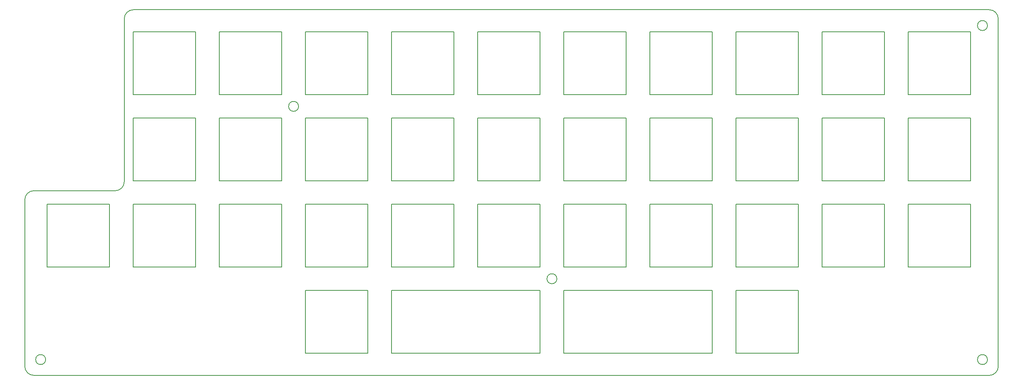
<source format=gbr>
G04 #@! TF.GenerationSoftware,KiCad,Pcbnew,(5.0.0)*
G04 #@! TF.CreationDate,2019-03-21T01:05:28+08:00*
G04 #@! TF.ProjectId,TopPlate,546F70506C6174652E6B696361645F70,rev?*
G04 #@! TF.SameCoordinates,Original*
G04 #@! TF.FileFunction,Profile,NP*
%FSLAX46Y46*%
G04 Gerber Fmt 4.6, Leading zero omitted, Abs format (unit mm)*
G04 Created by KiCad (PCBNEW (5.0.0)) date 03/21/19 01:05:28*
%MOMM*%
%LPD*%
G01*
G04 APERTURE LIST*
%ADD10C,0.200000*%
G04 APERTURE END LIST*
D10*
X242579951Y-44272569D02*
G75*
G03X242579951Y-44272569I-1100000J0D01*
G01*
X67428750Y-78581500D02*
X53578750Y-78581500D01*
X34219529Y-118091823D02*
G75*
G03X34219529Y-118091823I-1100000J0D01*
G01*
X90179494Y-62132000D02*
G75*
G03X90179494Y-62132000I-1100000J0D01*
G01*
X53578750Y-78581500D02*
X53578750Y-64731500D01*
X67428750Y-97631500D02*
X67428750Y-83781500D01*
X53578750Y-83781500D02*
X53578750Y-97631500D01*
X242580390Y-118091746D02*
G75*
G03X242580390Y-118091746I-1100000J0D01*
G01*
X48378750Y-83781500D02*
X48378750Y-97631500D01*
X53578750Y-97631500D02*
X67428750Y-97631500D01*
X147329551Y-100231877D02*
G75*
G03X147329551Y-100231877I-1100000J0D01*
G01*
X53578750Y-64731500D02*
X67428750Y-64731500D01*
X34528750Y-83781500D02*
X48378750Y-83781500D01*
X72628750Y-97631500D02*
X72628750Y-83781500D01*
X67428750Y-64731500D02*
X67428750Y-78581500D01*
X48378750Y-97631500D02*
X34528750Y-97631500D01*
X67428750Y-83781500D02*
X53578750Y-83781500D01*
X34528750Y-97631500D02*
X34528750Y-83781500D01*
X86478750Y-83781500D02*
X86478750Y-97631500D01*
X86478750Y-97631500D02*
X72628750Y-97631500D01*
X72628750Y-78581500D02*
X86478750Y-78581500D01*
X105528750Y-78581500D02*
X105528750Y-64731500D01*
X91678750Y-78581500D02*
X105528750Y-78581500D01*
X72628750Y-64731500D02*
X72628750Y-78581500D01*
X110728750Y-78581500D02*
X124578750Y-78581500D01*
X143628750Y-78581500D02*
X129778750Y-78581500D01*
X86478750Y-64731500D02*
X72628750Y-64731500D01*
X124578750Y-97631500D02*
X124578750Y-83781500D01*
X110728750Y-64731500D02*
X110728750Y-78581500D01*
X105528750Y-97631500D02*
X105528750Y-83781500D01*
X91678750Y-64731500D02*
X91678750Y-78581500D01*
X105528750Y-64731500D02*
X91678750Y-64731500D01*
X91678750Y-97631500D02*
X105528750Y-97631500D01*
X105528750Y-83781500D02*
X91678750Y-83781500D01*
X124578750Y-64731500D02*
X110728750Y-64731500D01*
X124578750Y-83781500D02*
X110728750Y-83781500D01*
X124578750Y-78581500D02*
X124578750Y-64731500D01*
X129778750Y-78581500D02*
X129778750Y-64731500D01*
X110728750Y-83781500D02*
X110728750Y-97631500D01*
X91678750Y-83781500D02*
X91678750Y-97631500D01*
X110728750Y-97631500D02*
X124578750Y-97631500D01*
X72628750Y-83781500D02*
X86478750Y-83781500D01*
X86478750Y-78581500D02*
X86478750Y-64731500D01*
X29622750Y-82775500D02*
G75*
G02X31622750Y-80775500I2000000J0D01*
G01*
X49622750Y-80775500D02*
X31622750Y-80775500D01*
X51622750Y-78775500D02*
G75*
G02X49622750Y-80775500I-2000000J0D01*
G01*
X51622750Y-42775500D02*
G75*
G02X53622750Y-40775500I2000000J0D01*
G01*
X242976750Y-40775500D02*
X53622750Y-40775500D01*
X242976750Y-40775500D02*
G75*
G02X244976750Y-42775500I0J-2000000D01*
G01*
X244976750Y-119588500D02*
G75*
G02X242976750Y-121588500I-2000000J0D01*
G01*
X31622750Y-121588500D02*
X242976750Y-121588500D01*
X244976750Y-119588500D02*
X244976750Y-42775500D01*
X51622750Y-42775500D02*
X51622750Y-78775500D01*
X29622750Y-82775500D02*
X29622750Y-119588500D01*
X124578750Y-59531500D02*
X124578750Y-45681500D01*
X67428750Y-59531500D02*
X53578750Y-59531500D01*
X105528750Y-45681500D02*
X105528750Y-59531500D01*
X129778750Y-59531500D02*
X129778750Y-45681500D01*
X143628750Y-59531500D02*
X129778750Y-59531500D01*
X53578750Y-59531500D02*
X53578750Y-45681500D01*
X110728750Y-59531500D02*
X124578750Y-59531500D01*
X67428750Y-45681500D02*
X67428750Y-59531500D01*
X53578750Y-45681500D02*
X67428750Y-45681500D01*
X91678750Y-45681500D02*
X105528750Y-45681500D01*
X86478750Y-59531500D02*
X86478750Y-45681500D01*
X148828750Y-45681500D02*
X148828750Y-59531500D01*
X124578750Y-45681500D02*
X110728750Y-45681500D01*
X86478750Y-45681500D02*
X72628750Y-45681500D01*
X91678750Y-59531500D02*
X91678750Y-45681500D01*
X72628750Y-59531500D02*
X86478750Y-59531500D01*
X72628750Y-45681500D02*
X72628750Y-59531500D01*
X162678750Y-45681500D02*
X148828750Y-45681500D01*
X143628750Y-45681500D02*
X143628750Y-59531500D01*
X129778750Y-45681500D02*
X143628750Y-45681500D01*
X105528750Y-59531500D02*
X91678750Y-59531500D01*
X31622750Y-121588500D02*
G75*
G02X29622750Y-119588500I0J2000000D01*
G01*
X110728750Y-45681500D02*
X110728750Y-59531500D01*
X225028750Y-78581500D02*
X225028750Y-64731500D01*
X205978750Y-78581500D02*
X219828750Y-78581500D01*
X225028750Y-45681500D02*
X238878750Y-45681500D01*
X225028750Y-64731500D02*
X238878750Y-64731500D01*
X219828750Y-64731500D02*
X205978750Y-64731500D01*
X219828750Y-59531500D02*
X219828750Y-45681500D01*
X186928750Y-78581500D02*
X200778750Y-78581500D01*
X205978750Y-59531500D02*
X219828750Y-59531500D01*
X205978750Y-64731500D02*
X205978750Y-78581500D01*
X238878750Y-78581500D02*
X225028750Y-78581500D01*
X186928750Y-64731500D02*
X186928750Y-78581500D01*
X225028750Y-97631500D02*
X225028750Y-83781500D01*
X225028750Y-83781500D02*
X238878750Y-83781500D01*
X238878750Y-97631500D02*
X225028750Y-97631500D01*
X238878750Y-83781500D02*
X238878750Y-97631500D01*
X238878750Y-59531500D02*
X225028750Y-59531500D01*
X238878750Y-64731500D02*
X238878750Y-78581500D01*
X225028750Y-59531500D02*
X225028750Y-45681500D01*
X200778750Y-64731500D02*
X186928750Y-64731500D01*
X238878750Y-45681500D02*
X238878750Y-59531500D01*
X219828750Y-78581500D02*
X219828750Y-64731500D01*
X200778750Y-78581500D02*
X200778750Y-64731500D01*
X205978750Y-45681500D02*
X205978750Y-59531500D01*
X181728750Y-83781500D02*
X181728750Y-97631500D01*
X167878750Y-97631500D02*
X167878750Y-83781500D01*
X205978750Y-83781500D02*
X205978750Y-97631500D01*
X200778750Y-83781500D02*
X200778750Y-97631500D01*
X219828750Y-83781500D02*
X205978750Y-83781500D01*
X167878750Y-83781500D02*
X181728750Y-83781500D01*
X186928750Y-97631500D02*
X186928750Y-83781500D01*
X200778750Y-102831500D02*
X200778750Y-116681500D01*
X186928750Y-83781500D02*
X200778750Y-83781500D01*
X186928750Y-102831500D02*
X200778750Y-102831500D01*
X181728750Y-116681500D02*
X181728750Y-102831500D01*
X200778750Y-97631500D02*
X186928750Y-97631500D01*
X181728750Y-78581500D02*
X167878750Y-78581500D01*
X219828750Y-97631500D02*
X219828750Y-83781500D01*
X148828750Y-116681500D02*
X181728750Y-116681500D01*
X186928750Y-116681500D02*
X186928750Y-102831500D01*
X181728750Y-64731500D02*
X181728750Y-78581500D01*
X205978750Y-97631500D02*
X219828750Y-97631500D01*
X200778750Y-116681500D02*
X186928750Y-116681500D01*
X181728750Y-97631500D02*
X167878750Y-97631500D01*
X167878750Y-78581500D02*
X167878750Y-64731500D01*
X167878750Y-64731500D02*
X181728750Y-64731500D01*
X181728750Y-102831500D02*
X148828750Y-102831500D01*
X129778750Y-64731500D02*
X143628750Y-64731500D01*
X129778750Y-97631500D02*
X129778750Y-83781500D01*
X148828750Y-78581500D02*
X148828750Y-64731500D01*
X129778750Y-83781500D02*
X143628750Y-83781500D01*
X105528750Y-102831500D02*
X91678750Y-102831500D01*
X148828750Y-102831500D02*
X148828750Y-116681500D01*
X162678750Y-78581500D02*
X148828750Y-78581500D01*
X105528750Y-116681500D02*
X105528750Y-102831500D01*
X148828750Y-97631500D02*
X148828750Y-83781500D01*
X110728750Y-116681500D02*
X110728750Y-102831500D01*
X162678750Y-64731500D02*
X162678750Y-78581500D01*
X148828750Y-64731500D02*
X162678750Y-64731500D01*
X91678750Y-102831500D02*
X91678750Y-116681500D01*
X91678750Y-116681500D02*
X105528750Y-116681500D01*
X143628750Y-97631500D02*
X129778750Y-97631500D01*
X143628750Y-83781500D02*
X143628750Y-97631500D01*
X143628750Y-116681500D02*
X110728750Y-116681500D01*
X110728750Y-102831500D02*
X143628750Y-102831500D01*
X162678750Y-83781500D02*
X162678750Y-97631500D01*
X143628750Y-102831500D02*
X143628750Y-116681500D01*
X162678750Y-97631500D02*
X148828750Y-97631500D01*
X148828750Y-83781500D02*
X162678750Y-83781500D01*
X143628750Y-64731500D02*
X143628750Y-78581500D01*
X167878750Y-45681500D02*
X167878750Y-59531500D01*
X219828750Y-45681500D02*
X205978750Y-45681500D01*
X186928750Y-59531500D02*
X200778750Y-59531500D01*
X200778750Y-59531500D02*
X200778750Y-45681500D01*
X186928750Y-45681500D02*
X186928750Y-59531500D01*
X200778750Y-45681500D02*
X186928750Y-45681500D01*
X181728750Y-59531500D02*
X181728750Y-45681500D01*
X181728750Y-45681500D02*
X167878750Y-45681500D01*
X167878750Y-59531500D02*
X181728750Y-59531500D01*
X162678750Y-59531500D02*
X162678750Y-45681500D01*
X148828750Y-59531500D02*
X162678750Y-59531500D01*
M02*

</source>
